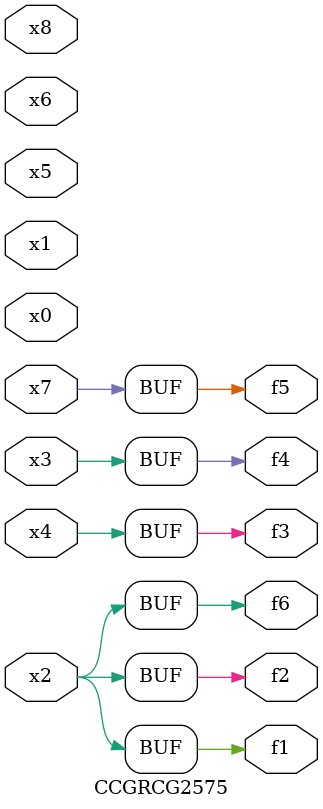
<source format=v>
module CCGRCG2575(
	input x0, x1, x2, x3, x4, x5, x6, x7, x8,
	output f1, f2, f3, f4, f5, f6
);
	assign f1 = x2;
	assign f2 = x2;
	assign f3 = x4;
	assign f4 = x3;
	assign f5 = x7;
	assign f6 = x2;
endmodule

</source>
